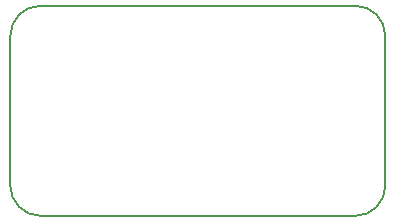
<source format=gko>
%TF.GenerationSoftware,KiCad,Pcbnew,4.0.5-e0-6337~49~ubuntu16.04.1*%
%TF.CreationDate,2017-03-18T14:10:31-07:00*%
%TF.ProjectId,sd-micro-hinged-5009010801-breakout,73642D6D6963726F2D68696E6765642D,v1.0*%
%TF.FileFunction,Profile,NP*%
%FSLAX46Y46*%
G04 Gerber Fmt 4.6, Leading zero omitted, Abs format (unit mm)*
G04 Created by KiCad (PCBNEW 4.0.5-e0-6337~49~ubuntu16.04.1) date Sat Mar 18 14:10:31 2017*
%MOMM*%
%LPD*%
G01*
G04 APERTURE LIST*
%ADD10C,0.350000*%
%ADD11C,0.152400*%
G04 APERTURE END LIST*
D10*
D11*
X109474000Y-91440000D02*
G75*
G03X106934000Y-93980000I0J-2540000D01*
G01*
X109474000Y-109220000D02*
X136144000Y-109220000D01*
X106934000Y-93980000D02*
X106934000Y-106680000D01*
X136144000Y-91440000D02*
X109474000Y-91440000D01*
X138684000Y-93980000D02*
X138684000Y-106680000D01*
X136144000Y-109220000D02*
G75*
G03X138684000Y-106680000I0J2540000D01*
G01*
X138684000Y-93980000D02*
G75*
G03X136144000Y-91440000I-2540000J0D01*
G01*
X106934000Y-106680000D02*
G75*
G03X109474000Y-109220000I2540000J0D01*
G01*
M02*

</source>
